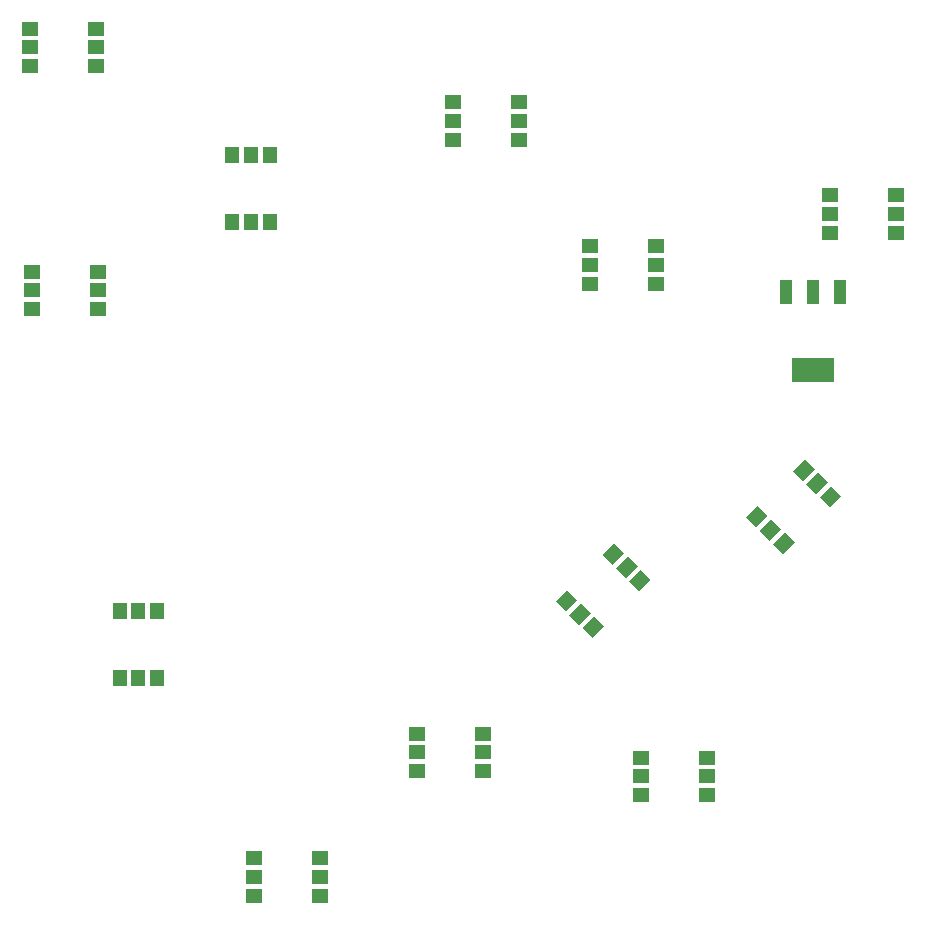
<source format=gbp>
G04 (created by PCBNEW (22-Jun-2014 BZR 4027)-stable) date Thu 17 Jul 2014 04:04:50 PM CEST*
%MOIN*%
G04 Gerber Fmt 3.4, Leading zero omitted, Abs format*
%FSLAX34Y34*%
G01*
G70*
G90*
G04 APERTURE LIST*
%ADD10C,0.00590551*%
%ADD11R,0.0551181X0.0472441*%
%ADD12R,0.0472441X0.0551181*%
%ADD13R,0.144X0.08*%
%ADD14R,0.04X0.08*%
G04 APERTURE END LIST*
G54D10*
G54D11*
X24372Y-28475D03*
X24372Y-27845D03*
X24372Y-29104D03*
X26577Y-28475D03*
X26577Y-29104D03*
X26577Y-27845D03*
G54D10*
G36*
X30616Y-18667D02*
X30226Y-19057D01*
X29892Y-18723D01*
X30282Y-18333D01*
X30616Y-18667D01*
X30616Y-18667D01*
G37*
G36*
X31061Y-19113D02*
X30672Y-19502D01*
X30338Y-19168D01*
X30727Y-18779D01*
X31061Y-19113D01*
X31061Y-19113D01*
G37*
G36*
X30170Y-18222D02*
X29781Y-18611D01*
X29447Y-18277D01*
X29836Y-17888D01*
X30170Y-18222D01*
X30170Y-18222D01*
G37*
G36*
X29057Y-20226D02*
X28667Y-20616D01*
X28333Y-20282D01*
X28723Y-19892D01*
X29057Y-20226D01*
X29057Y-20226D01*
G37*
G36*
X28611Y-19781D02*
X28222Y-20170D01*
X27888Y-19836D01*
X28277Y-19447D01*
X28611Y-19781D01*
X28611Y-19781D01*
G37*
G36*
X29502Y-20672D02*
X29113Y-21061D01*
X28779Y-20727D01*
X29168Y-20338D01*
X29502Y-20672D01*
X29502Y-20672D01*
G37*
G36*
X24266Y-21467D02*
X23876Y-21857D01*
X23542Y-21523D01*
X23932Y-21133D01*
X24266Y-21467D01*
X24266Y-21467D01*
G37*
G36*
X24711Y-21913D02*
X24322Y-22302D01*
X23988Y-21968D01*
X24377Y-21579D01*
X24711Y-21913D01*
X24711Y-21913D01*
G37*
G36*
X23820Y-21022D02*
X23431Y-21411D01*
X23097Y-21077D01*
X23486Y-20688D01*
X23820Y-21022D01*
X23820Y-21022D01*
G37*
G36*
X22707Y-23026D02*
X22317Y-23416D01*
X21983Y-23082D01*
X22373Y-22692D01*
X22707Y-23026D01*
X22707Y-23026D01*
G37*
G36*
X22261Y-22581D02*
X21872Y-22970D01*
X21538Y-22636D01*
X21927Y-22247D01*
X22261Y-22581D01*
X22261Y-22581D01*
G37*
G36*
X23152Y-23472D02*
X22763Y-23861D01*
X22429Y-23527D01*
X22818Y-23138D01*
X23152Y-23472D01*
X23152Y-23472D01*
G37*
G54D11*
X6227Y-4175D03*
X6227Y-4804D03*
X6227Y-3545D03*
X4022Y-4175D03*
X4022Y-3545D03*
X4022Y-4804D03*
X32877Y-9725D03*
X32877Y-10354D03*
X32877Y-9095D03*
X30672Y-9725D03*
X30672Y-9095D03*
X30672Y-10354D03*
X24877Y-11425D03*
X24877Y-12054D03*
X24877Y-10795D03*
X22672Y-11425D03*
X22672Y-10795D03*
X22672Y-12054D03*
G54D12*
X7625Y-25177D03*
X6995Y-25177D03*
X8254Y-25177D03*
X7625Y-22972D03*
X8254Y-22972D03*
X6995Y-22972D03*
G54D11*
X13677Y-31825D03*
X13677Y-32454D03*
X13677Y-31195D03*
X11472Y-31825D03*
X11472Y-31195D03*
X11472Y-32454D03*
X19127Y-27675D03*
X19127Y-28304D03*
X19127Y-27045D03*
X16922Y-27675D03*
X16922Y-27045D03*
X16922Y-28304D03*
X20327Y-6625D03*
X20327Y-7254D03*
X20327Y-5995D03*
X18122Y-6625D03*
X18122Y-5995D03*
X18122Y-7254D03*
X4072Y-12275D03*
X4072Y-11645D03*
X4072Y-12904D03*
X6277Y-12275D03*
X6277Y-12904D03*
X6277Y-11645D03*
G54D12*
X11375Y-9977D03*
X10745Y-9977D03*
X12004Y-9977D03*
X11375Y-7772D03*
X12004Y-7772D03*
X10745Y-7772D03*
G54D13*
X30125Y-14925D03*
G54D14*
X30125Y-12325D03*
X31025Y-12325D03*
X29225Y-12325D03*
M02*

</source>
